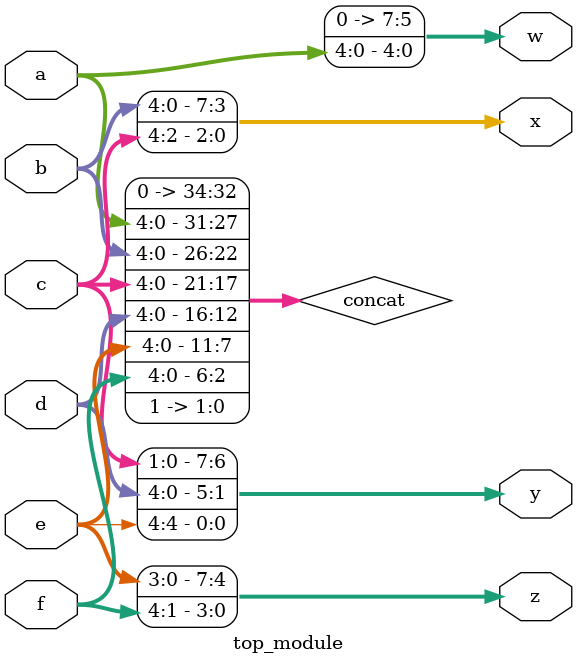
<source format=sv>
module top_module (
    input [4:0] a,
    input [4:0] b,
    input [4:0] c,
    input [4:0] d,
    input [4:0] e,
    input [4:0] f,
    output [7:0] w,
    output [7:0] x,
    output [7:0] y,
    output [7:0] z
);

// Concatenate the inputs
wire [34:0] concat = {a, b, c, d, e, f, 2'b11};

// Assign the concatenated bits to the output ports
assign w = concat[34:27];
assign x = concat[26:19];
assign y = concat[18:11];
assign z = concat[10:3];

endmodule

</source>
